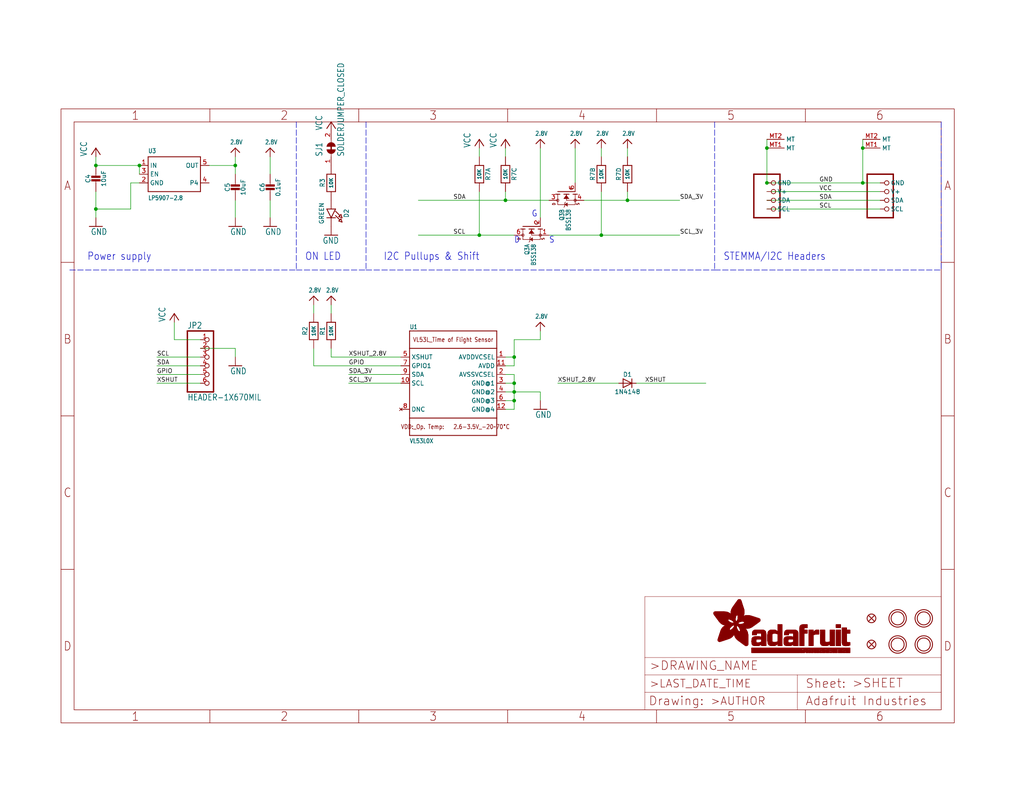
<source format=kicad_sch>
(kicad_sch (version 20211123) (generator eeschema)
  (paper "User" 298.45 231.013)
  (lib_symbols
    (symbol "eagleSchem-eagle-import:2.8V" (power)
      (property "Value" "2.8V" (at -1.524 1.016 0))
      (symbol "2.8V_1_0"
        (pin power_in line (at 0 -2.54 90) (length 2.54) (name "2.8V") (number "1"))
      )
    )
    (symbol "eagleSchem-eagle-import:CAP_CERAMIC0603_NO"
      (property "Reference" "C" (at -2.29 1.25 90))
      (property "Value" "CAP_CERAMIC0603_NO" (at 2.3 1.25 90))
      (symbol "CAP_CERAMIC0603_NO_1_0"
        (pin passive line (at 0 5.08 270) (length 2.54) (name "1") (number "1"))
        (pin passive line (at 0 -2.54 90) (length 2.54) (name "2") (number "2"))
      )
    )
    (symbol "eagleSchem-eagle-import:CAP_CERAMIC0805-NOOUTLINE"
      (property "Reference" "C" (at -2.29 1.25 90))
      (property "Value" "CAP_CERAMIC0805-NOOUTLINE" (at 2.3 1.25 90))
      (symbol "CAP_CERAMIC0805-NOOUTLINE_1_0"
        (pin passive line (at 0 5.08 270) (length 2.54) (name "1") (number "1"))
        (pin passive line (at 0 -2.54 90) (length 2.54) (name "2") (number "2"))
      )
    )
    (symbol "eagleSchem-eagle-import:DIODESOD-323"
      (property "Reference" "D" (at 0 2.54 0))
      (property "Value" "DIODESOD-323" (at 0 -2.5 0))
      (symbol "DIODESOD-323_1_0"
        (pin passive line (at -2.54 0 0) (length 2.54) (name "A") (number "A"))
        (pin passive line (at 2.54 0 180) (length 2.54) (name "C") (number "C"))
      )
    )
    (symbol "eagleSchem-eagle-import:FIDUCIAL_1MM")
    (symbol "eagleSchem-eagle-import:FRAME_A4_ADAFRUIT"
      (symbol "FRAME_A4_ADAFRUIT_0_0"
        (text "1" (at 21.6958 1.905 0) (effects (font (size 2.54 2.286))))
        (text "1" (at 21.6958 177.165 0) (effects (font (size 2.54 2.286))))
        (text "2" (at 65.0875 1.905 0) (effects (font (size 2.54 2.286))))
        (text "2" (at 65.0875 177.165 0) (effects (font (size 2.54 2.286))))
        (text "3" (at 108.4792 1.905 0) (effects (font (size 2.54 2.286))))
        (text "3" (at 108.4792 177.165 0) (effects (font (size 2.54 2.286))))
        (text "4" (at 151.8708 1.905 0) (effects (font (size 2.54 2.286))))
        (text "4" (at 151.8708 177.165 0) (effects (font (size 2.54 2.286))))
        (text "5" (at 195.2625 1.905 0) (effects (font (size 2.54 2.286))))
        (text "5" (at 195.2625 177.165 0) (effects (font (size 2.54 2.286))))
        (text "6" (at 238.6542 1.905 0) (effects (font (size 2.54 2.286))))
        (text "6" (at 238.6542 177.165 0) (effects (font (size 2.54 2.286))))
        (text "A" (at 1.905 156.6863 0) (effects (font (size 2.54 2.286))))
        (text "A" (at 258.445 156.6863 0) (effects (font (size 2.54 2.286))))
        (text "B" (at 1.905 111.9188 0) (effects (font (size 2.54 2.286))))
        (text "B" (at 258.445 111.9188 0) (effects (font (size 2.54 2.286))))
        (text "C" (at 1.905 67.1513 0) (effects (font (size 2.54 2.286))))
        (text "C" (at 258.445 67.1513 0) (effects (font (size 2.54 2.286))))
        (text "D" (at 1.905 22.3838 0) (effects (font (size 2.54 2.286))))
        (text "D" (at 258.445 22.3838 0) (effects (font (size 2.54 2.286))))
      )
      (symbol "FRAME_A4_ADAFRUIT_1_0"
        (text ">AUTHOR" (at 189.23 5.08 0) (effects (font (size 2.286 2.286)) (justify left bottom)))
        (text ">DRAWING_NAME" (at 171.45 15.24 0) (effects (font (size 2.54 2.54)) (justify left bottom)))
        (text ">LAST_DATE_TIME" (at 171.45 10.16 0) (effects (font (size 2.286 2.286)) (justify left bottom)))
        (text ">SHEET" (at 230.505 10.16 0) (effects (font (size 2.54 2.54)) (justify left bottom)))
        (text "Adafruit Industries" (at 216.916 4.953 0) (effects (font (size 2.54 2.54)) (justify left bottom)))
        (text "Drawing:" (at 171.196 4.953 0) (effects (font (size 2.54 2.54)) (justify left bottom)))
        (text "Sheet:" (at 216.916 10.033 0) (effects (font (size 2.54 2.54)) (justify left bottom)))
      )
    )
    (symbol "eagleSchem-eagle-import:GND" (power)
      (property "Value" "GND" (at -2.54 -2.54 0))
      (symbol "GND_1_0"
        (pin power_in line (at 0 2.54 270) (length 2.54) (name "GND") (number "1"))
      )
    )
    (symbol "eagleSchem-eagle-import:HEADER-1X670MIL"
      (property "Reference" "JP" (at -6.35 10.795 0))
      (property "Value" "HEADER-1X670MIL" (at -6.35 -10.16 0))
      (symbol "HEADER-1X670MIL_1_0"
        (pin passive inverted (at -2.54 7.62 0) (length 2.54) (name "1") (number "1"))
        (pin passive inverted (at -2.54 5.08 0) (length 2.54) (name "2") (number "2"))
        (pin passive inverted (at -2.54 2.54 0) (length 2.54) (name "3") (number "3"))
        (pin passive inverted (at -2.54 0 0) (length 2.54) (name "4") (number "4"))
        (pin passive inverted (at -2.54 -2.54 0) (length 2.54) (name "5") (number "5"))
        (pin passive inverted (at -2.54 -5.08 0) (length 2.54) (name "6") (number "6"))
      )
    )
    (symbol "eagleSchem-eagle-import:LED0603_NOOUTLINE"
      (property "Reference" "D" (at -1.27 4.445 0))
      (property "Value" "LED0603_NOOUTLINE" (at -1.27 -2.794 0))
      (symbol "LED0603_NOOUTLINE_1_0"
        (pin passive line (at -5.08 0 0) (length 2.54) (name "A") (number "A"))
        (pin passive line (at 2.54 0 180) (length 2.54) (name "C") (number "C"))
      )
    )
    (symbol "eagleSchem-eagle-import:MOSFET-N_DUAL"
      (property "Reference" "Q" (at 5.08 0.635 0))
      (property "Value" "MOSFET-N_DUAL" (at 5.08 -1.27 0))
      (symbol "MOSFET-N_DUAL_1_0"
        (text "D" (at 3.175 3.175 0) (effects (font (size 0.8128 0.6908)) (justify left bottom)))
        (text "G" (at -1.27 -1.905 0) (effects (font (size 0.8128 0.6908)) (justify left bottom)))
        (text "S" (at 3.175 -3.81 0) (effects (font (size 0.8128 0.6908)) (justify left bottom)))
        (pin bidirectional line (at 2.54 -5.08 90) (length 2.54) (name "S") (number "1"))
        (pin bidirectional line (at -2.54 -2.54 0) (length 2.54) (name "G") (number "2"))
        (pin bidirectional line (at 2.54 5.08 270) (length 2.54) (name "D") (number "6"))
      )
      (symbol "MOSFET-N_DUAL_2_0"
        (text "D" (at 3.175 3.175 0) (effects (font (size 0.8128 0.6908)) (justify left bottom)))
        (text "G" (at -1.27 -1.905 0) (effects (font (size 0.8128 0.6908)) (justify left bottom)))
        (text "S" (at 3.175 -3.81 0) (effects (font (size 0.8128 0.6908)) (justify left bottom)))
        (pin bidirectional line (at 2.54 5.08 270) (length 2.54) (name "D") (number "3"))
        (pin bidirectional line (at 2.54 -5.08 90) (length 2.54) (name "S") (number "4"))
        (pin bidirectional line (at -2.54 -2.54 0) (length 2.54) (name "G") (number "5"))
      )
    )
    (symbol "eagleSchem-eagle-import:MOUNTINGHOLE2.5")
    (symbol "eagleSchem-eagle-import:RESISTOR_0603_NOOUT"
      (property "Reference" "R" (at 0 2.54 0))
      (property "Value" "RESISTOR_0603_NOOUT" (at 0 0 0))
      (symbol "RESISTOR_0603_NOOUT_1_0"
        (pin passive line (at -5.08 0 0) (length 2.54) (name "1") (number "1"))
        (pin passive line (at 5.08 0 180) (length 2.54) (name "2") (number "2"))
      )
    )
    (symbol "eagleSchem-eagle-import:RESISTOR_4PACK"
      (property "Reference" "R" (at 0 2.54 0))
      (property "Value" "RESISTOR_4PACK" (at 0 0 0))
      (symbol "RESISTOR_4PACK_1_0"
        (pin passive line (at -5.08 0 0) (length 2.54) (name "1") (number "1"))
        (pin passive line (at 5.08 0 180) (length 2.54) (name "2") (number "8"))
      )
      (symbol "RESISTOR_4PACK_2_0"
        (pin passive line (at -5.08 0 0) (length 2.54) (name "1") (number "2"))
        (pin passive line (at 5.08 0 180) (length 2.54) (name "2") (number "7"))
      )
      (symbol "RESISTOR_4PACK_3_0"
        (pin passive line (at -5.08 0 0) (length 2.54) (name "1") (number "3"))
        (pin passive line (at 5.08 0 180) (length 2.54) (name "2") (number "6"))
      )
      (symbol "RESISTOR_4PACK_4_0"
        (pin passive line (at -5.08 0 0) (length 2.54) (name "1") (number "4"))
        (pin passive line (at 5.08 0 180) (length 2.54) (name "2") (number "5"))
      )
    )
    (symbol "eagleSchem-eagle-import:SOLDERJUMPER_CLOSED"
      (property "Reference" "SJ" (at -2.54 2.54 0))
      (property "Value" "SOLDERJUMPER_CLOSED" (at -2.54 -3.81 0))
      (symbol "SOLDERJUMPER_CLOSED_1_0"
        (pin passive line (at -5.08 0 0) (length 2.54) (name "1") (number "1"))
        (pin passive line (at 5.08 0 180) (length 2.54) (name "2") (number "2"))
      )
    )
    (symbol "eagleSchem-eagle-import:STEMMA_I2C_QT"
      (symbol "STEMMA_I2C_QT_1_0"
        (pin passive inverted (at 0 5.08 0) (length 2.54) (name "GND") (number "1"))
        (pin passive inverted (at 0 2.54 0) (length 2.54) (name "V+") (number "2"))
        (pin passive inverted (at 0 0 0) (length 2.54) (name "SDA") (number "3"))
        (pin passive inverted (at 0 -2.54 0) (length 2.54) (name "SCL") (number "4"))
      )
      (symbol "STEMMA_I2C_QT_2_0"
        (pin bidirectional line (at 0 0 0) (length 5.08) (name "MT") (number "MT1"))
      )
      (symbol "STEMMA_I2C_QT_3_0"
        (pin bidirectional line (at 0 0 0) (length 5.08) (name "MT") (number "MT2"))
      )
    )
    (symbol "eagleSchem-eagle-import:VCC" (power)
      (property "Value" "VCC" (at -2.54 -2.54 90))
      (symbol "VCC_1_0"
        (pin power_in line (at 0 -2.54 90) (length 2.54) (name "VCC") (number "1"))
      )
    )
    (symbol "eagleSchem-eagle-import:VL53L0X"
      (property "Reference" "U" (at -12.7 15.7226 0))
      (property "Value" "VL53L0X" (at -12.7 -17.5514 0))
      (symbol "VL53L0X_1_0"
        (text "2.6-3.5V_-20~70°C" (at 0 -12.7 0) (effects (font (size 1.27 1.0795)) (justify left)))
        (text "VDD:_Op. Temp:" (at -2.54 -12.7 0) (effects (font (size 1.27 1.0795)) (justify right)))
        (text "VL53L_Time of Flight Sensor" (at 0 12.7 0) (effects (font (size 1.27 1.0795))))
        (pin power_in line (at 15.24 7.62 180) (length 2.54) (name "AVDDVCSEL") (number "1"))
        (pin open_collector line (at -15.24 0 0) (length 2.54) (name "SCL") (number "10"))
        (pin power_in line (at 15.24 5.08 180) (length 2.54) (name "AVDD") (number "11"))
        (pin power_in line (at 15.24 -7.62 180) (length 2.54) (name "GND@4") (number "12"))
        (pin power_in line (at 15.24 2.54 180) (length 2.54) (name "AVSSVCSEL") (number "2"))
        (pin power_in line (at 15.24 0 180) (length 2.54) (name "GND@1") (number "3"))
        (pin power_in line (at 15.24 -2.54 180) (length 2.54) (name "GND@2") (number "4"))
        (pin input line (at -15.24 7.62 0) (length 2.54) (name "XSHUT") (number "5"))
        (pin power_in line (at 15.24 -5.08 180) (length 2.54) (name "GND@3") (number "6"))
        (pin output line (at -15.24 5.08 0) (length 2.54) (name "GPIO1") (number "7"))
        (pin no_connect line (at -15.24 -7.62 0) (length 2.54) (name "DNC") (number "8"))
        (pin open_collector line (at -15.24 2.54 0) (length 2.54) (name "SDA") (number "9"))
      )
    )
    (symbol "eagleSchem-eagle-import:VREG_SOT23-5"
      (property "Reference" "U" (at -7.62 6.096 0))
      (property "Value" "VREG_SOT23-5" (at -7.62 -7.62 0))
      (symbol "VREG_SOT23-5_1_0"
        (pin power_in line (at -10.16 2.54 0) (length 2.54) (name "IN") (number "1"))
        (pin power_in line (at -10.16 -2.54 0) (length 2.54) (name "GND") (number "2"))
        (pin input line (at -10.16 0 0) (length 2.54) (name "EN") (number "3"))
        (pin bidirectional line (at 10.16 -2.54 180) (length 2.54) (name "P4") (number "4"))
        (pin power_in line (at 10.16 2.54 180) (length 2.54) (name "OUT") (number "5"))
      )
    )
  )
  (junction (at 149.86 104.14))
  (junction (at 223.52 53.34))
  (junction (at 40.64 48.26))
  (junction (at 251.46 53.34))
  (junction (at 68.58 48.26))
  (junction (at 149.86 116.84))
  (junction (at 147.32 58.42))
  (junction (at 149.86 111.76))
  (junction (at 139.7 68.58))
  (junction (at 223.52 43.18))
  (junction (at 182.88 58.42))
  (junction (at 175.26 68.58))
  (junction (at 27.94 60.96))
  (junction (at 27.94 48.26))
  (junction (at 149.86 114.3))
  (junction (at 251.46 43.18))
  (wire (pts (xy 149.86 116.84) (xy 149.86 114.3)))
  (wire (pts (xy 147.32 109.22) (xy 149.86 109.22)))
  (wire (pts (xy 175.26 55.88) (xy 175.26 68.58)))
  (wire (pts (xy 149.86 106.68) (xy 149.86 104.14)))
  (wire (pts (xy 251.46 43.18) (xy 251.46 53.34)))
  (wire (pts (xy 175.26 45.72) (xy 175.26 43.18)))
  (wire (pts (xy 182.88 58.42) (xy 198.12 58.42)))
  (wire (pts (xy 139.7 43.18) (xy 139.7 45.72)))
  (wire (pts (xy 27.94 45.72) (xy 27.94 48.26)))
  (wire (pts (xy 58.42 104.14) (xy 45.72 104.14)))
  (wire (pts (xy 96.52 91.44) (xy 96.52 88.9)))
  (wire (pts (xy 157.48 63.5) (xy 157.48 43.18)))
  (wire (pts (xy 251.46 40.64) (xy 251.46 43.18)))
  (wire (pts (xy 223.52 40.64) (xy 223.52 43.18)))
  (wire (pts (xy 256.54 53.34) (xy 251.46 53.34)))
  (wire (pts (xy 147.32 119.38) (xy 149.86 119.38)))
  (wire (pts (xy 256.54 58.42) (xy 223.52 58.42)))
  (wire (pts (xy 58.42 111.76) (xy 45.72 111.76)))
  (wire (pts (xy 149.86 104.14) (xy 149.86 99.06)))
  (wire (pts (xy 147.32 114.3) (xy 149.86 114.3)))
  (wire (pts (xy 78.74 58.42) (xy 78.74 63.5)))
  (wire (pts (xy 170.18 58.42) (xy 182.88 58.42)))
  (wire (pts (xy 149.86 68.58) (xy 139.7 68.58)))
  (wire (pts (xy 160.02 68.58) (xy 175.26 68.58)))
  (wire (pts (xy 147.32 116.84) (xy 149.86 116.84)))
  (wire (pts (xy 157.48 114.3) (xy 157.48 116.84)))
  (wire (pts (xy 149.86 99.06) (xy 157.48 99.06)))
  (wire (pts (xy 180.34 111.76) (xy 162.56 111.76)))
  (wire (pts (xy 147.32 104.14) (xy 149.86 104.14)))
  (wire (pts (xy 149.86 109.22) (xy 149.86 111.76)))
  (wire (pts (xy 149.86 114.3) (xy 157.48 114.3)))
  (wire (pts (xy 116.84 109.22) (xy 101.6 109.22)))
  (wire (pts (xy 96.52 104.14) (xy 96.52 101.6)))
  (wire (pts (xy 223.52 43.18) (xy 223.52 53.34)))
  (polyline (pts (xy 86.36 78.74) (xy 106.68 78.74)))
  (polyline (pts (xy 106.68 78.74) (xy 208.28 78.74)))
  (wire (pts (xy 68.58 48.26) (xy 68.58 50.8)))
  (polyline (pts (xy 106.68 35.56) (xy 106.68 78.74)))
  (wire (pts (xy 68.58 101.6) (xy 68.58 104.14)))
  (wire (pts (xy 68.58 48.26) (xy 68.58 45.72)))
  (wire (pts (xy 251.46 53.34) (xy 223.52 53.34)))
  (wire (pts (xy 157.48 99.06) (xy 157.48 96.52)))
  (wire (pts (xy 116.84 104.14) (xy 96.52 104.14)))
  (wire (pts (xy 182.88 45.72) (xy 182.88 43.18)))
  (wire (pts (xy 116.84 106.68) (xy 91.44 106.68)))
  (polyline (pts (xy 86.36 35.56) (xy 86.36 78.74)))
  (wire (pts (xy 147.32 45.72) (xy 147.32 43.18)))
  (wire (pts (xy 58.42 101.6) (xy 68.58 101.6)))
  (wire (pts (xy 175.26 68.58) (xy 198.12 68.58)))
  (wire (pts (xy 223.52 60.96) (xy 256.54 60.96)))
  (wire (pts (xy 147.32 55.88) (xy 147.32 58.42)))
  (wire (pts (xy 205.74 111.76) (xy 185.42 111.76)))
  (wire (pts (xy 91.44 106.68) (xy 91.44 101.6)))
  (wire (pts (xy 50.8 99.06) (xy 50.8 93.98)))
  (wire (pts (xy 147.32 106.68) (xy 149.86 106.68)))
  (wire (pts (xy 149.86 119.38) (xy 149.86 116.84)))
  (wire (pts (xy 40.64 50.8) (xy 40.64 48.26)))
  (wire (pts (xy 27.94 60.96) (xy 27.94 55.88)))
  (wire (pts (xy 91.44 91.44) (xy 91.44 88.9)))
  (wire (pts (xy 27.94 60.96) (xy 27.94 63.5)))
  (wire (pts (xy 40.64 53.34) (xy 38.1 53.34)))
  (wire (pts (xy 58.42 99.06) (xy 50.8 99.06)))
  (polyline (pts (xy 274.32 35.56) (xy 274.32 78.74)))
  (wire (pts (xy 160.02 58.42) (xy 147.32 58.42)))
  (wire (pts (xy 116.84 111.76) (xy 101.6 111.76)))
  (wire (pts (xy 40.64 48.26) (xy 27.94 48.26)))
  (polyline (pts (xy 208.28 78.74) (xy 274.32 78.74)))
  (wire (pts (xy 68.58 58.42) (xy 68.58 63.5)))
  (wire (pts (xy 182.88 55.88) (xy 182.88 58.42)))
  (wire (pts (xy 167.64 53.34) (xy 167.64 43.18)))
  (wire (pts (xy 58.42 109.22) (xy 45.72 109.22)))
  (wire (pts (xy 38.1 53.34) (xy 38.1 60.96)))
  (wire (pts (xy 149.86 111.76) (xy 149.86 114.3)))
  (wire (pts (xy 139.7 55.88) (xy 139.7 68.58)))
  (wire (pts (xy 78.74 45.72) (xy 78.74 50.8)))
  (wire (pts (xy 60.96 48.26) (xy 68.58 48.26)))
  (polyline (pts (xy 208.28 35.56) (xy 208.28 78.74)))
  (polyline (pts (xy 20.32 78.74) (xy 86.36 78.74)))
  (wire (pts (xy 147.32 58.42) (xy 121.92 58.42)))
  (wire (pts (xy 223.52 55.88) (xy 256.54 55.88)))
  (wire (pts (xy 58.42 106.68) (xy 45.72 106.68)))
  (wire (pts (xy 38.1 60.96) (xy 27.94 60.96)))
  (wire (pts (xy 147.32 111.76) (xy 149.86 111.76)))
  (wire (pts (xy 139.7 68.58) (xy 121.92 68.58)))
  (text "I2C Pullups & Shift" (at 111.76 76.2 180) (effects (font (size 2.1844 1.8567)) (justify left bottom)))
  (text "STEMMA/I2C Headers" (at 210.82 76.2 180) (effects (font (size 2.1844 1.8567)) (justify left bottom)))
  (text "S" (at 160.02 71.12 180) (effects (font (size 1.778 1.5113)) (justify left bottom)))
  (text "D" (at 149.86 71.12 180) (effects (font (size 1.778 1.5113)) (justify left bottom)))
  (text "ON LED" (at 88.9 76.2 180) (effects (font (size 2.1844 1.8567)) (justify left bottom)))
  (text "Power supply" (at 25.4 76.2 180) (effects (font (size 2.1844 1.8567)) (justify left bottom)))
  (text "G" (at 154.94 63.5 180) (effects (font (size 1.778 1.5113)) (justify left bottom)))
  (label "SDA_3V" (at 198.12 58.42 0) (effects (font (size 1.2446 1.2446))))
  (label "SCL_3V" (at 101.6 111.76 0) (effects (font (size 1.2446 1.2446))))
  (label "GND" (at 238.76 53.34 0) (effects (font (size 1.2446 1.2446))))
  (label "SCL" (at 45.72 104.14 0) (effects (font (size 1.2446 1.2446))))
  (label "XSHUT" (at 45.72 111.76 0) (effects (font (size 1.2446 1.2446))))
  (label "GPIO" (at 101.6 106.68 0) (effects (font (size 1.2446 1.2446))))
  (label "XSHUT_2.8V" (at 101.6 104.14 0) (effects (font (size 1.2446 1.2446))))
  (label "SCL" (at 238.76 60.96 0) (effects (font (size 1.2446 1.2446))))
  (label "SDA_3V" (at 101.6 109.22 0) (effects (font (size 1.2446 1.2446))))
  (label "SDA" (at 132.08 58.42 0) (effects (font (size 1.2446 1.2446))))
  (label "SDA" (at 238.76 58.42 0) (effects (font (size 1.2446 1.2446))))
  (label "XSHUT_2.8V" (at 162.56 111.76 0) (effects (font (size 1.2446 1.2446))))
  (label "VCC" (at 238.76 55.88 0) (effects (font (size 1.2446 1.2446))))
  (label "SCL_3V" (at 198.12 68.58 0) (effects (font (size 1.2446 1.2446))))
  (label "GPIO" (at 45.72 109.22 0) (effects (font (size 1.2446 1.2446))))
  (label "SDA" (at 45.72 106.68 0) (effects (font (size 1.2446 1.2446))))
  (label "XSHUT" (at 187.96 111.76 0) (effects (font (size 1.2446 1.2446))))
  (label "SCL" (at 132.08 68.58 0) (effects (font (size 1.2446 1.2446))))
  (symbol (lib_id "eagleSchem-eagle-import:VREG_SOT23-5") (at 50.8 50.8 0) (unit 1)
    (property "Reference" "U3" (at 43.18 44.704 0) (effects (font (size 1.27 1.0795)) (justify left bottom)))
    (property "Value" "LP5907-2.8" (at 43.18 58.42 0) (effects (font (size 1.27 1.0795)) (justify left bottom)))
    (property "Footprint" "eagleSchem:SOT23-5" (effects hide))
  )
  (symbol (lib_id "eagleSchem-eagle-import:DIODESOD-323") (at 182.88 111.76 0) (unit 1)
    (property "Reference" "D1" (at 182.88 109.22 0))
    (property "Value" "1N4148" (at 182.88 114.26 0))
    (property "Footprint" "eagleSchem:SOD-323" (effects hide))
  )
  (symbol (lib_id "eagleSchem-eagle-import:GND") (at 68.58 106.68 0) (unit 1)
    (property "Reference" "#U$22" (effects hide))
    (property "Value" "GND" (at 67.056 109.22 0) (effects (font (size 1.778 1.5113)) (justify left bottom)))
    (property "Footprint" "eagleSchem:" (effects hide))
  )
  (symbol (lib_id "eagleSchem-eagle-import:CAP_CERAMIC0805-NOOUTLINE") (at 27.94 53.34 0) (unit 1)
    (property "Reference" "C4" (at 25.65 52.09 90))
    (property "Value" "10uF" (at 30.24 52.09 90))
    (property "Footprint" "eagleSchem:0805-NO" (effects hide))
  )
  (symbol (lib_id "eagleSchem-eagle-import:2.8V") (at 157.48 93.98 0) (unit 1)
    (property "Reference" "#U$16" (effects hide))
    (property "Value" "2.8V" (at 155.956 92.964 0) (effects (font (size 1.27 1.0795)) (justify left bottom)))
    (property "Footprint" "eagleSchem:" (effects hide))
  )
  (symbol (lib_id "eagleSchem-eagle-import:FIDUCIAL_1MM") (at 254 180.34 0) (unit 1)
    (property "Reference" "FID4" (effects hide))
    (property "Value" "FIDUCIAL_1MM" (effects hide))
    (property "Footprint" "eagleSchem:FIDUCIAL_1MM" (effects hide))
  )
  (symbol (lib_id "eagleSchem-eagle-import:GND") (at 157.48 119.38 0) (unit 1)
    (property "Reference" "#U$4" (effects hide))
    (property "Value" "GND" (at 155.956 121.92 0) (effects (font (size 1.778 1.5113)) (justify left bottom)))
    (property "Footprint" "eagleSchem:" (effects hide))
  )
  (symbol (lib_id "eagleSchem-eagle-import:RESISTOR_4PACK") (at 139.7 50.8 270) (unit 1)
    (property "Reference" "R7" (at 142.24 50.8 0))
    (property "Value" "10K" (at 139.7 50.8 0) (effects (font (size 1.016 1.016) bold)))
    (property "Footprint" "eagleSchem:RESPACK_4X0603" (effects hide))
  )
  (symbol (lib_id "eagleSchem-eagle-import:CAP_CERAMIC0805-NOOUTLINE") (at 68.58 55.88 0) (unit 1)
    (property "Reference" "C5" (at 66.29 54.63 90))
    (property "Value" "10uF" (at 70.88 54.63 90))
    (property "Footprint" "eagleSchem:0805-NO" (effects hide))
  )
  (symbol (lib_id "eagleSchem-eagle-import:STEMMA_I2C_QT") (at 223.52 40.64 0) (unit 3)
    (property "Reference" "CONN3" (effects hide))
    (property "Value" "STEMMA_I2C_QT" (effects hide))
    (property "Footprint" "eagleSchem:JST_SH4" (effects hide))
  )
  (symbol (lib_id "eagleSchem-eagle-import:2.8V") (at 167.64 40.64 0) (unit 1)
    (property "Reference" "#U$25" (effects hide))
    (property "Value" "2.8V" (at 166.116 39.624 0) (effects (font (size 1.27 1.0795)) (justify left bottom)))
    (property "Footprint" "eagleSchem:" (effects hide))
  )
  (symbol (lib_id "eagleSchem-eagle-import:MOSFET-N_DUAL") (at 165.1 55.88 90) (mirror x) (unit 2)
    (property "Reference" "Q3" (at 164.465 60.96 0) (effects (font (size 1.27 1.0795)) (justify left bottom)))
    (property "Value" "BSS138" (at 166.37 60.96 0) (effects (font (size 1.27 1.0795)) (justify left bottom)))
    (property "Footprint" "eagleSchem:SOT363" (effects hide))
  )
  (symbol (lib_id "eagleSchem-eagle-import:VCC") (at 147.32 40.64 0) (unit 1)
    (property "Reference" "#P+2" (effects hide))
    (property "Value" "VCC" (at 144.78 43.18 90) (effects (font (size 1.778 1.5113)) (justify left bottom)))
    (property "Footprint" "eagleSchem:" (effects hide))
  )
  (symbol (lib_id "eagleSchem-eagle-import:CAP_CERAMIC0603_NO") (at 78.74 55.88 0) (unit 1)
    (property "Reference" "C6" (at 76.45 54.63 90))
    (property "Value" "0.1uF" (at 81.04 54.63 90))
    (property "Footprint" "eagleSchem:0603-NO" (effects hide))
  )
  (symbol (lib_id "eagleSchem-eagle-import:MOUNTINGHOLE2.5") (at 261.62 187.96 0) (unit 1)
    (property "Reference" "U$30" (effects hide))
    (property "Value" "MOUNTINGHOLE2.5" (effects hide))
    (property "Footprint" "eagleSchem:MOUNTINGHOLE_2.5_PLATED" (effects hide))
  )
  (symbol (lib_id "eagleSchem-eagle-import:GND") (at 27.94 66.04 0) (unit 1)
    (property "Reference" "#U$19" (effects hide))
    (property "Value" "GND" (at 26.416 68.58 0) (effects (font (size 1.778 1.5113)) (justify left bottom)))
    (property "Footprint" "eagleSchem:" (effects hide))
  )
  (symbol (lib_id "eagleSchem-eagle-import:MOUNTINGHOLE2.5") (at 269.24 187.96 0) (unit 1)
    (property "Reference" "U$34" (effects hide))
    (property "Value" "MOUNTINGHOLE2.5" (effects hide))
    (property "Footprint" "eagleSchem:MOUNTINGHOLE_2.5_PLATED" (effects hide))
  )
  (symbol (lib_id "eagleSchem-eagle-import:HEADER-1X670MIL") (at 60.96 106.68 0) (unit 1)
    (property "Reference" "JP2" (at 54.61 95.885 0) (effects (font (size 1.778 1.5113)) (justify left bottom)))
    (property "Value" "HEADER-1X670MIL" (at 54.61 116.84 0) (effects (font (size 1.778 1.5113)) (justify left bottom)))
    (property "Footprint" "eagleSchem:1X06_ROUND_70" (effects hide))
  )
  (symbol (lib_id "eagleSchem-eagle-import:VCC") (at 50.8 91.44 0) (unit 1)
    (property "Reference" "#P+4" (effects hide))
    (property "Value" "VCC" (at 48.26 93.98 90) (effects (font (size 1.778 1.5113)) (justify left bottom)))
    (property "Footprint" "eagleSchem:" (effects hide))
  )
  (symbol (lib_id "eagleSchem-eagle-import:STEMMA_I2C_QT") (at 223.52 43.18 0) (unit 2)
    (property "Reference" "CONN3" (effects hide))
    (property "Value" "STEMMA_I2C_QT" (effects hide))
    (property "Footprint" "eagleSchem:JST_SH4" (effects hide))
  )
  (symbol (lib_id "eagleSchem-eagle-import:MOUNTINGHOLE2.5") (at 269.24 180.34 0) (unit 1)
    (property "Reference" "U$33" (effects hide))
    (property "Value" "MOUNTINGHOLE2.5" (effects hide))
    (property "Footprint" "eagleSchem:MOUNTINGHOLE_2.5_PLATED" (effects hide))
  )
  (symbol (lib_id "eagleSchem-eagle-import:STEMMA_I2C_QT") (at 251.46 43.18 0) (unit 2)
    (property "Reference" "CONN4" (effects hide))
    (property "Value" "STEMMA_I2C_QT" (effects hide))
    (property "Footprint" "eagleSchem:JST_SH4" (effects hide))
  )
  (symbol (lib_id "eagleSchem-eagle-import:VL53L0X") (at 132.08 111.76 0) (unit 1)
    (property "Reference" "U1" (at 119.38 96.0374 0) (effects (font (size 1.27 1.0795)) (justify left bottom)))
    (property "Value" "VL53L0X" (at 119.38 129.3114 0) (effects (font (size 1.27 1.0795)) (justify left bottom)))
    (property "Footprint" "eagleSchem:LGA12_ST" (effects hide))
  )
  (symbol (lib_id "eagleSchem-eagle-import:RESISTOR_0603_NOOUT") (at 96.52 53.34 90) (unit 1)
    (property "Reference" "R3" (at 93.98 53.34 0))
    (property "Value" "10K" (at 96.52 53.34 0) (effects (font (size 1.016 1.016) bold)))
    (property "Footprint" "eagleSchem:0603-NO" (effects hide))
  )
  (symbol (lib_id "eagleSchem-eagle-import:2.8V") (at 182.88 40.64 0) (unit 1)
    (property "Reference" "#U$27" (effects hide))
    (property "Value" "2.8V" (at 181.356 39.624 0) (effects (font (size 1.27 1.0795)) (justify left bottom)))
    (property "Footprint" "eagleSchem:" (effects hide))
  )
  (symbol (lib_id "eagleSchem-eagle-import:MOUNTINGHOLE2.5") (at 261.62 180.34 0) (unit 1)
    (property "Reference" "U$31" (effects hide))
    (property "Value" "MOUNTINGHOLE2.5" (effects hide))
    (property "Footprint" "eagleSchem:MOUNTINGHOLE_2.5_PLATED" (effects hide))
  )
  (symbol (lib_id "eagleSchem-eagle-import:2.8V") (at 91.44 86.36 0) (unit 1)
    (property "Reference" "#U$9" (effects hide))
    (property "Value" "2.8V" (at 89.916 85.344 0) (effects (font (size 1.27 1.0795)) (justify left bottom)))
    (property "Footprint" "eagleSchem:" (effects hide))
  )
  (symbol (lib_id "eagleSchem-eagle-import:STEMMA_I2C_QT") (at 251.46 40.64 0) (unit 3)
    (property "Reference" "CONN4" (effects hide))
    (property "Value" "STEMMA_I2C_QT" (effects hide))
    (property "Footprint" "eagleSchem:JST_SH4" (effects hide))
  )
  (symbol (lib_id "eagleSchem-eagle-import:2.8V") (at 78.74 43.18 0) (unit 1)
    (property "Reference" "#U$40" (effects hide))
    (property "Value" "2.8V" (at 77.216 42.164 0) (effects (font (size 1.27 1.0795)) (justify left bottom)))
    (property "Footprint" "eagleSchem:" (effects hide))
  )
  (symbol (lib_id "eagleSchem-eagle-import:VCC") (at 96.52 35.56 0) (unit 1)
    (property "Reference" "#P+5" (effects hide))
    (property "Value" "VCC" (at 93.98 38.1 90) (effects (font (size 1.778 1.5113)) (justify left bottom)))
    (property "Footprint" "eagleSchem:" (effects hide))
  )
  (symbol (lib_id "eagleSchem-eagle-import:GND") (at 68.58 66.04 0) (unit 1)
    (property "Reference" "#U$20" (effects hide))
    (property "Value" "GND" (at 67.056 68.58 0) (effects (font (size 1.778 1.5113)) (justify left bottom)))
    (property "Footprint" "eagleSchem:" (effects hide))
  )
  (symbol (lib_id "eagleSchem-eagle-import:MOSFET-N_DUAL") (at 154.94 66.04 90) (mirror x) (unit 1)
    (property "Reference" "Q3" (at 154.305 71.12 0) (effects (font (size 1.27 1.0795)) (justify left bottom)))
    (property "Value" "BSS138" (at 156.21 71.12 0) (effects (font (size 1.27 1.0795)) (justify left bottom)))
    (property "Footprint" "eagleSchem:SOT363" (effects hide))
  )
  (symbol (lib_id "eagleSchem-eagle-import:FIDUCIAL_1MM") (at 254 187.96 0) (unit 1)
    (property "Reference" "FID1" (effects hide))
    (property "Value" "FIDUCIAL_1MM" (effects hide))
    (property "Footprint" "eagleSchem:FIDUCIAL_1MM" (effects hide))
  )
  (symbol (lib_id "eagleSchem-eagle-import:2.8V") (at 68.58 43.18 0) (unit 1)
    (property "Reference" "#U$23" (effects hide))
    (property "Value" "2.8V" (at 67.056 42.164 0) (effects (font (size 1.27 1.0795)) (justify left bottom)))
    (property "Footprint" "eagleSchem:" (effects hide))
  )
  (symbol (lib_id "eagleSchem-eagle-import:STEMMA_I2C_QT") (at 256.54 58.42 0) (unit 1)
    (property "Reference" "CONN4" (effects hide))
    (property "Value" "STEMMA_I2C_QT" (effects hide))
    (property "Footprint" "eagleSchem:JST_SH4" (effects hide))
  )
  (symbol (lib_id "eagleSchem-eagle-import:RESISTOR_4PACK") (at 182.88 50.8 90) (mirror x) (unit 4)
    (property "Reference" "R7" (at 180.34 50.8 0))
    (property "Value" "10K" (at 182.88 50.8 0) (effects (font (size 1.016 1.016) bold)))
    (property "Footprint" "eagleSchem:RESPACK_4X0603" (effects hide))
  )
  (symbol (lib_id "eagleSchem-eagle-import:FRAME_A4_ADAFRUIT") (at 17.78 210.82 0) (unit 1)
    (property "Reference" "#U$32" (effects hide))
    (property "Value" "FRAME_A4_ADAFRUIT" (effects hide))
    (property "Footprint" "eagleSchem:" (effects hide))
  )
  (symbol (lib_id "eagleSchem-eagle-import:RESISTOR_4PACK") (at 175.26 50.8 90) (mirror x) (unit 2)
    (property "Reference" "R7" (at 172.72 50.8 0))
    (property "Value" "10K" (at 175.26 50.8 0) (effects (font (size 1.016 1.016) bold)))
    (property "Footprint" "eagleSchem:RESPACK_4X0603" (effects hide))
  )
  (symbol (lib_id "eagleSchem-eagle-import:GND") (at 96.52 68.58 0) (unit 1)
    (property "Reference" "#GND6" (effects hide))
    (property "Value" "GND" (at 93.98 71.12 0) (effects (font (size 1.778 1.5113)) (justify left bottom)))
    (property "Footprint" "eagleSchem:" (effects hide))
  )
  (symbol (lib_id "eagleSchem-eagle-import:GND") (at 78.74 66.04 0) (unit 1)
    (property "Reference" "#U$21" (effects hide))
    (property "Value" "GND" (at 77.216 68.58 0) (effects (font (size 1.778 1.5113)) (justify left bottom)))
    (property "Footprint" "eagleSchem:" (effects hide))
  )
  (symbol (lib_id "eagleSchem-eagle-import:2.8V") (at 175.26 40.64 0) (unit 1)
    (property "Reference" "#U$26" (effects hide))
    (property "Value" "2.8V" (at 173.736 39.624 0) (effects (font (size 1.27 1.0795)) (justify left bottom)))
    (property "Footprint" "eagleSchem:" (effects hide))
  )
  (symbol (lib_id "eagleSchem-eagle-import:RESISTOR_4PACK") (at 147.32 50.8 270) (unit 3)
    (property "Reference" "R7" (at 149.86 50.8 0))
    (property "Value" "10K" (at 147.32 50.8 0) (effects (font (size 1.016 1.016) bold)))
    (property "Footprint" "eagleSchem:RESPACK_4X0603" (effects hide))
  )
  (symbol (lib_id "eagleSchem-eagle-import:SOLDERJUMPER_CLOSED") (at 96.52 43.18 90) (unit 1)
    (property "Reference" "SJ1" (at 93.98 45.72 0) (effects (font (size 1.778 1.5113)) (justify left bottom)))
    (property "Value" "SOLDERJUMPER_CLOSED" (at 100.33 45.72 0) (effects (font (size 1.778 1.5113)) (justify left bottom)))
    (property "Footprint" "eagleSchem:SOLDERJUMPER_CLOSEDWIRE" (effects hide))
  )
  (symbol (lib_id "eagleSchem-eagle-import:VCC") (at 139.7 40.64 0) (unit 1)
    (property "Reference" "#P+1" (effects hide))
    (property "Value" "VCC" (at 137.16 43.18 90) (effects (font (size 1.778 1.5113)) (justify left bottom)))
    (property "Footprint" "eagleSchem:" (effects hide))
  )
  (symbol (lib_id "eagleSchem-eagle-import:2.8V") (at 157.48 40.64 0) (unit 1)
    (property "Reference" "#U$24" (effects hide))
    (property "Value" "2.8V" (at 155.956 39.624 0) (effects (font (size 1.27 1.0795)) (justify left bottom)))
    (property "Footprint" "eagleSchem:" (effects hide))
  )
  (symbol (lib_id "eagleSchem-eagle-import:LED0603_NOOUTLINE") (at 96.52 63.5 270) (unit 1)
    (property "Reference" "D2" (at 100.965 62.23 0))
    (property "Value" "GREEN" (at 93.726 62.23 0))
    (property "Footprint" "eagleSchem:CHIPLED_0603_NOOUTLINE" (effects hide))
  )
  (symbol (lib_id "eagleSchem-eagle-import:RESISTOR_0603_NOOUT") (at 91.44 96.52 90) (unit 1)
    (property "Reference" "R2" (at 88.9 96.52 0))
    (property "Value" "10K" (at 91.44 96.52 0) (effects (font (size 1.016 1.016) bold)))
    (property "Footprint" "eagleSchem:0603-NO" (effects hide))
  )
  (symbol (lib_id "eagleSchem-eagle-import:STEMMA_I2C_QT") (at 223.52 58.42 0) (unit 1)
    (property "Reference" "CONN3" (effects hide))
    (property "Value" "STEMMA_I2C_QT" (effects hide))
    (property "Footprint" "eagleSchem:JST_SH4" (effects hide))
  )
  (symbol (lib_id "eagleSchem-eagle-import:VCC") (at 27.94 43.18 0) (unit 1)
    (property "Reference" "#P+3" (effects hide))
    (property "Value" "VCC" (at 25.4 45.72 90) (effects (font (size 1.778 1.5113)) (justify left bottom)))
    (property "Footprint" "eagleSchem:" (effects hide))
  )
  (symbol (lib_id "eagleSchem-eagle-import:RESISTOR_0603_NOOUT") (at 96.52 96.52 90) (unit 1)
    (property "Reference" "R1" (at 93.98 96.52 0))
    (property "Value" "10K" (at 96.52 96.52 0) (effects (font (size 1.016 1.016) bold)))
    (property "Footprint" "eagleSchem:0603-NO" (effects hide))
  )
  (symbol (lib_id "eagleSchem-eagle-import:2.8V") (at 96.52 86.36 0) (unit 1)
    (property "Reference" "#U$10" (effects hide))
    (property "Value" "2.8V" (at 94.996 85.344 0) (effects (font (size 1.27 1.0795)) (justify left bottom)))
    (property "Footprint" "eagleSchem:" (effects hide))
  )
)
</source>
